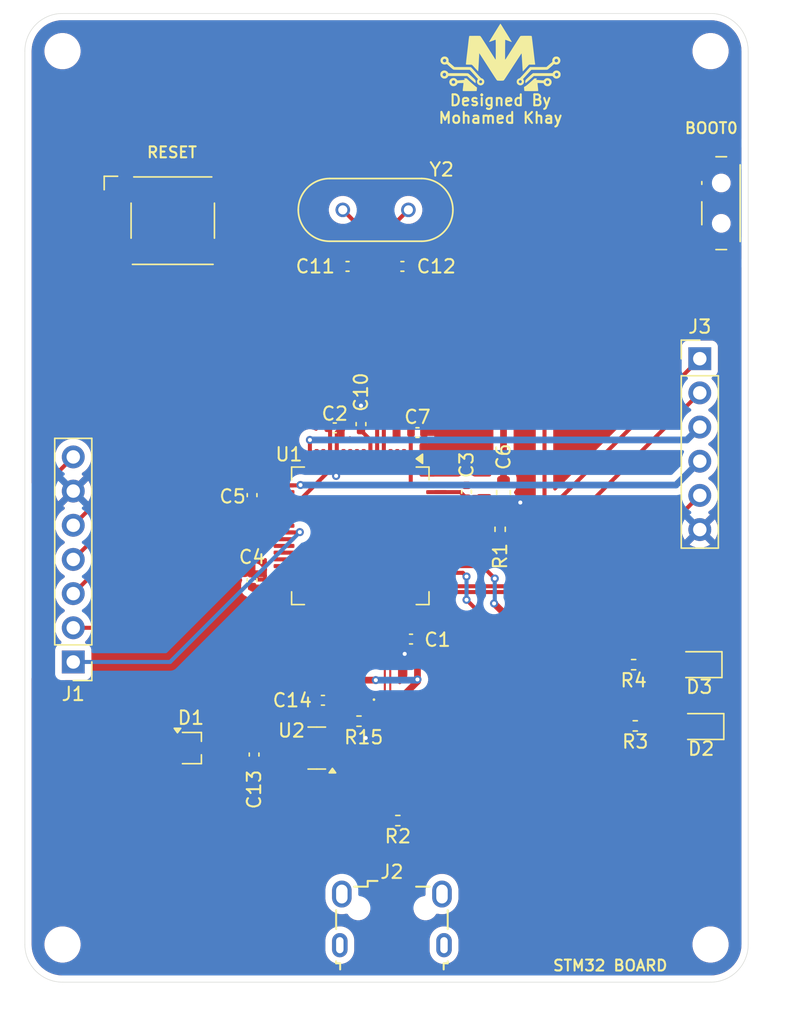
<source format=kicad_pcb>
(kicad_pcb (version 20241229) (generator "pcbnew") (generator_version "9.0")
  (layers (0 "F.Cu" signal "Front") (2 "B.Cu" signal "Back") (13 "F.Paste" user) (15 "B.Paste" user) (5 "F.SilkS" user "F.Silkscreen") (7 "B.SilkS" user "B.Silkscreen") (1 "F.Mask" user) (3 "B.Mask" user) (25 "Edge.Cuts" user))
  (net 0 "")
  (net 1 "GND")
  (net 2 "+3.3V")
  (net 3 "/NRST")
  (net 4 "/RCC_OUT")
  (net 5 "/RCC_IN")
  (net 6 "/SYS_PWR_IN")
  (net 7 "Net-(D6-K)")
  (net 8 "/SIM_TX")
  (net 9 "/SIM_RX")
  (net 10 "/SIM_STATUS")
  (net 11 "/SIM_PWRKEY")
  (net 12 "/SIM_RESET")
  (net 13 "/USART2_TX")
  (net 14 "/SWDIO")
  (net 15 "/SWCLK")
  (net 16 "/USART2_RX")
  (net 17 "/SW_BOOT0")
  (net 18 "/BOOT0")
  (net 28 "Net-(U1-PC10)")
  (net 35 "Net-(U1-PC11)")
  (net 52 "/Button_User")
  (net 53 "Net-(U2-VI)")
  (net 54 "VBUS")
  (net 55 "/D-")
  (net 56 "/D+")
  (net 65 "Net-(D2-A)")
  (net 66 "Net-(D3-A)")
  (footprint "Capacitor_SMD:C_0402_1005Metric" (layer "F.Cu") (at 57.9 42.05 180)
    (property "Reference" "C11" (at 2.4 0 180) (layer "F.SilkS"))
    (property "Value" "15p" (hide yes))
    (pad "1" smd roundrect (at -0.48 0 180) (size 0.56 0.62) (layers "F.Cu" "F.Mask" "F.Paste") (net 4 "/RCC_OUT"))
    (pad "2" smd roundrect (at 0.48 0 180) (size 0.56 0.62) (layers "F.Cu" "F.Mask" "F.Paste") (net 1 "GND"))
  )
  (footprint "MountingHole:MountingHole_2.2mm_M2" (layer "F.Cu") (at 36.7 26.05)
    (property "Reference" "H4" (hide yes))
    (property "Value" "MountingHole" (hide yes))
    (pad "" np_thru_hole circle (at 0 0) (size 2.2 2.2) (drill 2.2) (layers "*.Cu" "*.Mask"))
  )
  (footprint "HC-49_U-S16000000ABJB:XTAL_HC49P488W43L1150T466H350" (layer "F.Cu") (at 59.986292 37.85 180)
    (property "Reference" "Y2" (at -4.913708 3 180) (layer "F.SilkS") (effects (font (size 1.000969 1.000969))))
    (property "Value" "48M" (hide yes))
    (pad "1" thru_hole circle (at -2.44 0 180) (size 1.08 1.08) (drill 0.68) (layers "*.Cu" "*.Mask") (net 5 "/RCC_IN"))
    (pad "2" thru_hole circle (at 2.44 0 180) (size 1.08 1.08) (drill 0.68) (layers "*.Cu" "*.Mask") (net 4 "/RCC_OUT"))
  )
  (footprint "LED_SMD:LED_0805_2012Metric" (layer "F.Cu") (at 84.0625 71.65 180)
    (property "Reference" "D3" (at 0 -1.65 0) (layer "F.SilkS"))
    (property "Value" "GREEN" (hide yes))
    (pad "1" smd roundrect (at -0.9375 0 180) (size 0.975 1.4) (layers "F.Cu" "F.Mask" "F.Paste") (net 1 "GND"))
    (pad "2" smd roundrect (at 0.9375 0 180) (size 0.975 1.4) (layers "F.Cu" "F.Mask" "F.Paste") (net 66 "Net-(D3-A)"))
  )
  (footprint "Package_TO_SOT_SMD:SOT-23" (layer "F.Cu") (at 55.6125 77.85 180)
    (property "Reference" "U2" (at 1.8825 1.3 180) (layer "F.SilkS"))
    (property "Value" "MCP1700x-330xxTT" (hide yes))
    (pad "1" smd roundrect (at -0.9375 -0.95 180) (size 1.475 0.6) (layers "F.Cu" "F.Mask" "F.Paste") (net 1 "GND"))
    (pad "2" smd roundrect (at -0.9375 0.95 180) (size 1.475 0.6) (layers "F.Cu" "F.Mask" "F.Paste") (net 2 "+3.3V"))
    (pad "3" smd roundrect (at 0.9375 0 180) (size 1.475 0.6) (layers "F.Cu" "F.Mask" "F.Paste") (net 53 "Net-(U2-VI)"))
  )
  (footprint "Connector_USB:USB_Micro-B_Wuerth_629105150521" (layer "F.Cu") (at 61.2 90.55)
    (property "Reference" "J2" (at 0 -3.5 0) (layer "F.SilkS"))
    (property "Value" "USB_B_Micro" (hide yes))
    (pad "" np_thru_hole oval (at -2.5 -0.8) (size 0.8 0.8) (drill 0.8) (layers "*.Cu" "*.Mask"))
    (pad "" np_thru_hole oval (at 2.5 -0.8) (size 0.8 0.8) (drill 0.8) (layers "*.Cu" "*.Mask"))
    (pad "1" smd rect (at -1.3 -1.9) (size 0.45 1.3) (layers "F.Cu" "F.Mask" "F.Paste") (net 54 "VBUS"))
    (pad "2" smd rect (at -0.65 -1.9) (size 0.45 1.3) (layers "F.Cu" "F.Mask" "F.Paste") (net 55 "/D-"))
    (pad "3" smd rect (at 0 -1.9) (size 0.45 1.3) (layers "F.Cu" "F.Mask" "F.Paste") (net 56 "/D+"))
    (pad "4" smd rect (at 0.65 -1.9) (size 0.45 1.3) (layers "F.Cu" "F.Mask" "F.Paste"))
    (pad "5" smd rect (at 1.3 -1.9) (size 0.45 1.3) (layers "F.Cu" "F.Mask" "F.Paste") (net 1 "GND"))
    (pad "6" thru_hole oval (at -3.875 1.95) (size 1.15 1.8) (drill oval 0.55 1.2) (property pad_prop_heatsink) (layers "*.Cu" "*.Mask"))
    (pad "6" thru_hole oval (at -3.725 -1.85) (size 1.45 2) (drill oval 0.85 1.4) (property pad_prop_heatsink) (layers "*.Cu" "*.Mask"))
    (pad "6" thru_hole oval (at 3.725 -1.85) (size 1.45 2) (drill oval 0.85 1.4) (property pad_prop_heatsink) (layers "*.Cu" "*.Mask"))
    (pad "6" thru_hole oval (at 3.875 1.95) (size 1.15 1.8) (drill oval 0.55 1.2) (property pad_prop_heatsink) (layers "*.Cu" "*.Mask"))
  )
  (footprint "SIM808:my_logo" (layer "F.Cu") (at 69.2751 27.09)
    (property "Reference" "G***" (hide yes))
    (property "Value" "LOGO" (hide yes))
  )
  (footprint "Capacitor_SMD:C_0402_1005Metric" (layer "F.Cu") (at 56.07 74.3 180)
    (property "Reference" "C14" (at 2.28 0 180) (layer "F.SilkS"))
    (property "Value" "1u" (hide yes))
    (pad "1" smd roundrect (at -0.48 0 180) (size 0.56 0.62) (layers "F.Cu" "F.Mask" "F.Paste") (net 2 "+3.3V"))
    (pad "2" smd roundrect (at 0.48 0 180) (size 0.56 0.62) (layers "F.Cu" "F.Mask" "F.Paste") (net 1 "GND"))
  )
  (footprint "Capacitor_SMD:C_0402_1005Metric" (layer "F.Cu") (at 50.8 59.05 90)
    (property "Reference" "C5" (at -0.1 -1.45 180) (layer "F.SilkS"))
    (property "Value" "100n" (hide yes))
    (pad "1" smd roundrect (at -0.48 0 90) (size 0.56 0.62) (layers "F.Cu" "F.Mask" "F.Paste") (net 2 "+3.3V"))
    (pad "2" smd roundrect (at 0.48 0 90) (size 0.56 0.62) (layers "F.Cu" "F.Mask" "F.Paste") (net 1 "GND"))
  )
  (footprint "Capacitor_SMD:C_0402_1005Metric" (layer "F.Cu") (at 63.1 54.4)
    (property "Reference" "C7" (at 0 -1.16 0) (layer "F.SilkS"))
    (property "Value" "100n" (hide yes))
    (pad "1" smd roundrect (at -0.48 0) (size 0.56 0.62) (layers "F.Cu" "F.Mask" "F.Paste") (net 2 "+3.3V"))
    (pad "2" smd roundrect (at 0.48 0) (size 0.56 0.62) (layers "F.Cu" "F.Mask" "F.Paste") (net 1 "GND"))
  )
  (footprint "Capacitor_SMD:C_0402_1005Metric" (layer "F.Cu") (at 58.9 53.77 90)
    (property "Reference" "C10" (at 2.37 0 90) (layer "F.SilkS"))
    (property "Value" "100n" (hide yes))
    (pad "1" smd roundrect (at -0.48 0 90) (size 0.56 0.62) (layers "F.Cu" "F.Mask" "F.Paste") (net 3 "/NRST"))
    (pad "2" smd roundrect (at 0.48 0 90) (size 0.56 0.62) (layers "F.Cu" "F.Mask" "F.Paste") (net 1 "GND"))
  )
  (footprint "Capacitor_SMD:C_0402_1005Metric" (layer "F.Cu") (at 66.75 58.8 -90)
    (property "Reference" "C3" (at -2 0 90) (layer "F.SilkS"))
    (property "Value" "100n" (hide yes))
    (pad "1" smd roundrect (at -0.48 0 270) (size 0.56 0.62) (layers "F.Cu" "F.Mask" "F.Paste") (net 2 "+3.3V"))
    (pad "2" smd roundrect (at 0.48 0 270) (size 0.56 0.62) (layers "F.Cu" "F.Mask" "F.Paste") (net 1 "GND"))
  )
  (footprint "Resistor_SMD:R_0402_1005Metric" (layer "F.Cu") (at 79.18 71.65 180)
    (property "Reference" "R4" (at 0 -1.17 0) (layer "F.SilkS"))
    (property "Value" "1k5" (hide yes))
    (pad "1" smd roundrect (at -0.51 0 180) (size 0.54 0.64) (layers "F.Cu" "F.Mask" "F.Paste") (net 66 "Net-(D3-A)"))
    (pad "2" smd roundrect (at 0.51 0 180) (size 0.54 0.64) (layers "F.Cu" "F.Mask" "F.Paste") (net 35 "Net-(U1-PC11)"))
  )
  (footprint "LED_SMD:LED_0805_2012Metric" (layer "F.Cu") (at 84.2 76.25 180)
    (property "Reference" "D2" (at 0 -1.65 0) (layer "F.SilkS"))
    (property "Value" "RED" (hide yes))
    (pad "1" smd roundrect (at -0.9375 0 180) (size 0.975 1.4) (layers "F.Cu" "F.Mask" "F.Paste") (net 1 "GND"))
    (pad "2" smd roundrect (at 0.9375 0 180) (size 0.975 1.4) (layers "F.Cu" "F.Mask" "F.Paste") (net 65 "Net-(D2-A)"))
  )
  (footprint "Capacitor_SMD:C_0402_1005Metric" (layer "F.Cu") (at 61.98 42.05)
    (property "Reference" "C12" (at 2.52 0 180) (layer "F.SilkS"))
    (property "Value" "15p" (hide yes))
    (pad "1" smd roundrect (at -0.48 0) (size 0.56 0.62) (layers "F.Cu" "F.Mask" "F.Paste") (net 5 "/RCC_IN"))
    (pad "2" smd roundrect (at 0.48 0) (size 0.56 0.62) (layers "F.Cu" "F.Mask" "F.Paste") (net 1 "GND"))
  )
  (footprint "Connector_PinHeader_2.54mm:PinHeader_1x06_P2.54mm_Vertical" (layer "F.Cu") (at 84.1 48.91)
    (property "Reference" "J3" (at 0 -2.38 0) (layer "F.SilkS"))
    (property "Value" "Conn_01x06_Pin" (hide yes))
    (pad "1" thru_hole rect (at 0 0) (size 1.7 1.7) (drill 1) (layers "*.Cu" "*.Mask") (net 52 "/Button_User"))
    (pad "2" thru_hole circle (at 0 2.54) (size 1.7 1.7) (drill 1) (layers "*.Cu" "*.Mask") (net 15 "/SWCLK"))
    (pad "3" thru_hole circle (at 0 5.08) (size 1.7 1.7) (drill 1) (layers "*.Cu" "*.Mask") (net 13 "/USART2_TX"))
    (pad "4" thru_hole circle (at 0 7.62) (size 1.7 1.7) (drill 1) (layers "*.Cu" "*.Mask") (net 16 "/USART2_RX"))
    (pad "5" thru_hole circle (at 0 10.16) (size 1.7 1.7) (drill 1) (layers "*.Cu" "*.Mask") (net 14 "/SWDIO"))
    (pad "6" thru_hole circle (at 0 12.7) (size 1.7 1.7) (drill 1) (layers "*.Cu" "*.Mask") (net 1 "GND"))
  )
  (footprint "MountingHole:MountingHole_2.2mm_M2" (layer "F.Cu") (at 36.7 92.45)
    (property "Reference" "H1" (hide yes))
    (property "Value" "MountingHole" (hide yes))
    (pad "" np_thru_hole circle (at 0 0) (size 2.2 2.2) (drill 2.2) (layers "*.Cu" "*.Mask"))
  )
  (footprint "Capacitor_SMD:C_0603_1608Metric" (layer "F.Cu") (at 69.5 58.85 -90)
    (property "Reference" "C6" (at -2.65 0 270) (layer "F.SilkS"))
    (property "Value" "10u" (hide yes))
    (pad "1" smd roundrect (at -0.775 0 270) (size 0.9 0.95) (layers "F.Cu" "F.Mask" "F.Paste") (net 2 "+3.3V"))
    (pad "2" smd roundrect (at 0.775 0 270) (size 0.9 0.95) (layers "F.Cu" "F.Mask" "F.Paste") (net 1 "GND"))
  )
  (footprint "Resistor_SMD:R_0402_1005Metric" (layer "F.Cu") (at 79.3 76.2 180)
    (property "Reference" "R3" (at 0 -1.17 0) (layer "F.SilkS"))
    (property "Value" "1k5" (hide yes))
    (pad "1" smd roundrect (at -0.51 0 180) (size 0.54 0.64) (layers "F.Cu" "F.Mask" "F.Paste") (net 65 "Net-(D2-A)"))
    (pad "2" smd roundrect (at 0.51 0 180) (size 0.54 0.64) (layers "F.Cu" "F.Mask" "F.Paste") (net 28 "Net-(U1-PC10)"))
  )
  (footprint "MountingHole:MountingHole_2.2mm_M2" (layer "F.Cu") (at 84.9 26.05)
    (property "Reference" "H3" (hide yes))
    (property "Value" "MountingHole" (hide yes))
    (pad "" np_thru_hole circle (at 0 0) (size 2.2 2.2) (drill 2.2) (layers "*.Cu" "*.Mask"))
  )
  (footprint "LED_SMD:LED_0201_0603Metric" (layer "F.Cu") (at 59.005 74.25 180)
    (property "Reference" "D6" (hide yes))
    (property "Value" "RED" (hide yes))
    (pad "1" smd roundrect (at -0.32 0 180) (size 0.46 0.4) (layers "F.Cu" "F.Mask") (net 7 "Net-(D6-K)"))
    (pad "2" smd roundrect (at 0.32 0 180) (size 0.46 0.4) (layers "F.Cu" "F.Mask") (net 2 "+3.3V"))
  )
  (footprint "Resistor_SMD:R_0402_1005Metric" (layer "F.Cu") (at 69.25 61.59 90)
    (property "Reference" "R1" (at -2 0 90) (layer "F.SilkS"))
    (property "Value" "10k" (hide yes))
    (pad "1" smd roundrect (at -0.51 0 90) (size 0.54 0.64) (layers "F.Cu" "F.Mask" "F.Paste") (net 17 "/SW_BOOT0"))
    (pad "2" smd roundrect (at 0.51 0 90) (size 0.54 0.64) (layers "F.Cu" "F.Mask" "F.Paste") (net 18 "/BOOT0"))
  )
  (footprint "Resistor_SMD:R_0402_1005Metric" (layer "F.Cu") (at 61.64 83.24 180)
    (property "Reference" "R2" (at 0 -1.17 0) (layer "F.SilkS"))
    (property "Value" "1k5" (hide yes))
    (pad "1" smd roundrect (at -0.51 0 180) (size 0.54 0.64) (layers "F.Cu" "F.Mask" "F.Paste") (net 2 "+3.3V"))
    (pad "2" smd roundrect (at 0.51 0 180) (size 0.54 0.64) (layers "F.Cu" "F.Mask" "F.Paste") (net 56 "/D+"))
  )
  (footprint "Connector_PinHeader_2.54mm:PinHeader_1x07_P2.54mm_Vertical" (layer "F.Cu") (at 37.5 71.45 180)
    (property "Reference" "J1" (at 0 -2.38 0) (layer "F.SilkS"))
    (property "Value" "Conn_01x07_Pin" (hide yes))
    (pad "1" thru_hole rect (at 0 0 180) (size 1.7 1.7) (drill 1) (layers "*.Cu" "*.Mask") (net 9 "/SIM_RX"))
    (pad "2" thru_hole circle (at 0 2.54 180) (size 1.7 1.7) (drill 1) (layers "*.Cu" "*.Mask") (net 8 "/SIM_TX"))
    (pad "3" thru_hole circle (at 0 5.08 180) (size 1.7 1.7) (drill 1) (layers "*.Cu" "*.Mask") (net 12 "/SIM_RESET"))
    (pad "4" thru_hole circle (at 0 7.62 180) (size 1.7 1.7) (drill 1) (layers "*.Cu" "*.Mask") (net 11 "/SIM_PWRKEY"))
    (pad "5" thru_hole circle (at 0 10.16 180) (size 1.7 1.7) (drill 1) (layers "*.Cu" "*.Mask") (net 10 "/SIM_STATUS"))
    (pad "6" thru_hole circle (at 0 12.7 180) (size 1.7 1.7) (drill 1) (layers "*.Cu" "*.Mask") (net 1 "GND"))
    (pad "7" thru_hole circle (at 0 15.24 180) (size 1.7 1.7) (drill 1) (layers "*.Cu" "*.Mask") (net 6 "/SYS_PWR_IN"))
  )
  (footprint "Package_TO_SOT_SMD:SOT-323_SC-70" (layer "F.Cu") (at 46.3 77.85)
    (property "Reference" "D1" (at -0.05 -2.25 0) (layer "F.SilkS"))
    (property "Value" "BAT54CW" (hide yes))
    (pad "1" smd roundrect (at -1 -0.65 270) (size 0.45 0.7) (layers "F.Cu" "F.Mask" "F.Paste") (net 54 "VBUS"))
    (pad "2" smd roundrect (at -1 0.65 270) (size 0.45 0.7) (layers "F.Cu" "F.Mask" "F.Paste") (net 6 "/SYS_PWR_IN"))
    (pad "3" smd roundrect (at 1 0 270) (size 0.45 0.7) (layers "F.Cu" "F.Mask" "F.Paste") (net 53 "Net-(U2-VI)"))
  )
  (footprint "Button_Switch_SMD:SW_SPST_Omron_B3FS-100xP" (layer "F.Cu") (at 44.9 38.65)
    (property "Reference" "SW2" (hide yes))
    (property "Value" "SW_Omron_B3FS" (hide yes))
    (pad "1" smd rect (at -4 -2.25 180) (size 1.6 1.4) (layers "F.Cu" "F.Mask" "F.Paste") (net 1 "GND"))
    (pad "1" smd rect (at 4 -2.25 180) (size 1.6 1.4) (layers "F.Cu" "F.Mask" "F.Paste") (net 1 "GND"))
    (pad "2" smd rect (at -4 2.25 180) (size 1.6 1.4) (layers "F.Cu" "F.Mask" "F.Paste") (net 3 "/NRST"))
    (pad "2" smd rect (at 4 2.25 180) (size 1.6 1.4) (layers "F.Cu" "F.Mask" "F.Paste") (net 3 "/NRST"))
  )
  (footprint "Package_QFP:LQFP-64_10x10mm_P0.5mm" (layer "F.Cu") (at 58.85 62.075 -90)
    (property "Reference" "U1" (at -6.05 5.308708 180) (layer "F.SilkS"))
    (property "Value" "STM32L476RGTx" (hide yes))
    (pad "1" smd roundrect (at -5.675 -3.75 270) (size 1.55 0.3) (layers "F.Cu" "F.Mask" "F.Paste") (net 2 "+3.3V"))
    (pad "2" smd roundrect (at -5.675 -3.25 270) (size 1.55 0.3) (layers "F.Cu" "F.Mask" "F.Paste"))
    (pad "3" smd roundrect (at -5.675 -2.75 270) (size 1.55 0.3) (layers "F.Cu" "F.Mask" "F.Paste"))
    (pad "4" smd roundrect (at -5.675 -2.25 270) (size 1.55 0.3) (layers "F.Cu" "F.Mask" "F.Paste"))
    (pad "5" smd roundrect (at -5.675 -1.75 270) (size 1.55 0.3) (layers "F.Cu" "F.Mask" "F.Paste") (net 5 "/RCC_IN"))
    (pad "6" smd roundrect (at -5.675 -1.25 270) (size 1.55 0.3) (layers "F.Cu" "F.Mask" "F.Paste") (net 4 "/RCC_OUT"))
    (pad "7" smd roundrect (at -5.675 -0.75 270) (size 1.55 0.3) (layers "F.Cu" "F.Mask" "F.Paste") (net 3 "/NRST"))
    (pad "8" smd roundrect (at -5.675 -0.25 270) (size 1.55 0.3) (layers "F.Cu" "F.Mask" "F.Paste"))
    (pad "9" smd roundrect (at -5.675 0.25 270) (size 1.55 0.3) (layers "F.Cu" "F.Mask" "F.Paste"))
    (pad "10" smd roundrect (at -5.675 0.75 270) (size 1.55 0.3) (layers "F.Cu" "F.Mask" "F.Paste"))
    (pad "11" smd roundrect (at -5.675 1.25 270) (size 1.55 0.3) (layers "F.Cu" "F.Mask" "F.Paste"))
    (pad "12" smd roundrect (at -5.675 1.75 270) (size 1.55 0.3) (layers "F.Cu" "F.Mask" "F.Paste") (net 1 "GND"))
    (pad "13" smd roundrect (at -5.675 2.25 270) (size 1.55 0.3) (layers "F.Cu" "F.Mask" "F.Paste") (net 2 "+3.3V"))
    (pad "14" smd roundrect (at -5.675 2.75 270) (size 1.55 0.3) (layers "F.Cu" "F.Mask" "F.Paste"))
    (pad "15" smd roundrect (at -5.675 3.25 270) (size 1.55 0.3) (layers "F.Cu" "F.Mask" "F.Paste"))
    (pad "16" smd roundrect (at -5.675 3.75 270) (size 1.55 0.3) (layers "F.Cu" "F.Mask" "F.Paste") (net 13 "/USART2_TX"))
    (pad "17" smd roundrect (at -3.75 5.675 270) (size 0.3 1.55) (layers "F.Cu" "F.Mask" "F.Paste") (net 16 "/USART2_RX"))
    (pad "18" smd roundrect (at -3.25 5.675 270) (size 0.3 1.55) (layers "F.Cu" "F.Mask" "F.Paste") (net 1 "GND"))
    (pad "19" smd roundrect (at -2.75 5.675 270) (size 0.3 1.55) (layers "F.Cu" "F.Mask" "F.Paste") (net 2 "+3.3V"))
    (pad "20" smd roundrect (at -2.25 5.675 270) (size 0.3 1.55) (layers "F.Cu" "F.Mask" "F.Paste") (net 10 "/SIM_STATUS"))
    (pad "21" smd roundrect (at -1.75 5.675 270) (size 0.3 1.55) (layers "F.Cu" "F.Mask" "F.Paste"))
    (pad "22" smd roundrect (at -1.25 5.675 270) (size 0.3 1.55) (layers "F.Cu" "F.Mask" "F.Paste") (net 11 "/SIM_PWRKEY"))
    (pad "23" smd roundrect (at -0.75 5.675 270) (size 0.3 1.55) (layers "F.Cu" "F.Mask" "F.Paste") (net 12 "/SIM_RESET"))
    (pad "24" smd roundrect (at -0.25 5.675 270) (size 0.3 1.55) (layers "F.Cu" "F.Mask" "F.Paste") (net 9 "/SIM_RX"))
    (pad "25" smd roundrect (at 0.25 5.675 270) (size 0.3 1.55) (layers "F.Cu" "F.Mask" "F.Paste") (net 8 "/SIM_TX"))
    (pad "26" smd roundrect (at 0.75 5.675 270) (size 0.3 1.55) (layers "F.Cu" "F.Mask" "F.Paste"))
    (pad "27" smd roundrect (at 1.25 5.675 270) (size 0.3 1.55) (layers "F.Cu" "F.Mask" "F.Paste"))
    (pad "28" smd roundrect (at 1.75 5.675 270) (size 0.3 1.55) (layers "F.Cu" "F.Mask" "F.Paste"))
    (pad "29" smd roundrect (at 2.25 5.675 270) (size 0.3 1.55) (layers "F.Cu" "F.Mask" "F.Paste"))
    (pad "30" smd roundrect (at 2.75 5.675 270) (size 0.3 1.55) (layers "F.Cu" "F.Mask" "F.Paste"))
    (pad "31" smd roundrect (at 3.25 5.675 270) (size 0.3 1.55) (layers "F.Cu" "F.Mask" "F.Paste") (net 1 "GND"))
    (pad "32" smd roundrect (at 3.75 5.675 270) (size 0.3 1.55) (layers "F.Cu" "F.Mask" "F.Paste") (net 2 "+3.3V"))
    (pad "33" smd roundrect (at 5.675 3.75 270) (size 1.55 0.3) (layers "F.Cu" "F.Mask" "F.Paste"))
    (pad "34" smd roundrect (at 5.675 3.25 270) (size 1.55 0.3) (layers "F.Cu" "F.Mask" "F.Paste"))
    (pad "35" smd roundrect (at 5.675 2.75 270) (size 1.55 0.3) (layers "F.Cu" "F.Mask" "F.Paste"))
    (pad "36" smd roundrect (at 5.675 2.25 270) (size 1.55 0.3) (layers "F.Cu" "F.Mask" "F.Paste"))
    (pad "37" smd roundrect (at 5.675 1.75 270) (size 1.55 0.3) (layers "F.Cu" "F.Mask" "F.Paste"))
    (pad "38" smd roundrect (at 5.675 1.25 270) (size 1.55 0.3) (layers "F.Cu" "F.Mask" "F.Paste"))
    (pad "39" smd roundrect (at 5.675 0.75 270) (size 1.55 0.3) (layers "F.Cu" "F.Mask" "F.Paste"))
    (pad "40" smd roundrect (at 5.675 0.25 270) (size 1.55 0.3) (layers "F.Cu" "F.Mask" "F.Paste"))
    (pad "41" smd roundrect (at 5.675 -0.25 270) (size 1.55 0.3) (layers "F.Cu" "F.Mask" "F.Paste"))
    (pad "42" smd roundrect (at 5.675 -0.75 270) (size 1.55 0.3) (layers "F.Cu" "F.Mask" "F.Paste"))
    (pad "43" smd roundrect (at 5.675 -1.25 270) (size 1.55 0.3) (layers "F.Cu" "F.Mask" "F.Paste"))
    (pad "44" smd roundrect (at 5.675 -1.75 270) (size 1.55 0.3) (layers "F.Cu" "F.Mask" "F.Paste") (net 55 "/D-"))
    (pad "45" smd roundrect (at 5.675 -2.25 270) (size 1.55 0.3) (layers "F.Cu" "F.Mask" "F.Paste") (net 56 "/D+"))
    (pad "46" smd roundrect (at 5.675 -2.75 270) (size 1.55 0.3) (layers "F.Cu" "F.Mask" "F.Paste") (net 14 "/SWDIO"))
    (pad "47" smd roundrect (at 5.675 -3.25 270) (size 1.55 0.3) (layers "F.Cu" "F.Mask" "F.Paste") (net 1 "GND"))
    (pad "48" smd roundrect (at 5.675 -3.75 270) (size 1.55 0.3) (layers "F.Cu" "F.Mask" "F.Paste") (net 2 "+3.3V"))
    (pad "49" smd roundrect (at 3.75 -5.675 270) (size 0.3 1.55) (layers "F.Cu" "F.Mask" "F.Paste") (net 15 "/SWCLK"))
    (pad "50" smd roundrect (at 3.25 -5.675 270) (size 0.3 1.55) (layers "F.Cu" "F.Mask" "F.Paste"))
    (pad "51" smd roundrect (at 2.75 -5.675 270) (size 0.3 1.55) (layers "F.Cu" "F.Mask" "F.Paste") (net 28 "Net-(U1-PC10)"))
    (pad "52" smd roundrect (at 2.25 -5.675 270) (size 0.3 1.55) (layers "F.Cu" "F.Mask" "F.Paste") (net 35 "Net-(U1-PC11)"))
    (pad "53" smd roundrect (at 1.75 -5.675 270) (size 0.3 1.55) (layers "F.Cu" "F.Mask" "F.Paste"))
    (pad "54" smd roundrect (at 1.25 -5.675 270) (size 0.3 1.55) (layers "F.Cu" "F.Mask" "F.Paste"))
    (pad "55" smd roundrect (at 0.75 -5.675 270) (size 0.3 1.55) (layers "F.Cu" "F.Mask" "F.Paste"))
    (pad "56" smd roundrect (at 0.25 -5.675 270) (size 0.3 1.55) (layers "F.Cu" "F.Mask" "F.Paste"))
    (pad "57" smd roundrect (at -0.25 -5.675 270) (size 0.3 1.55) (layers "F.Cu" "F.Mask" "F.Paste") (net 52 "/Button_User"))
    (pad "58" smd roundrect (at -0.75 -5.675 270) (size 0.3 1.55) (layers "F.Cu" "F.Mask" "F.Paste"))
    (pad "59" smd roundrect (at -1.25 -5.675 270) (size 0.3 1.55) (layers "F.Cu" "F.Mask" "F.Paste"))
    (pad "60" smd roundrect (at -1.75 -5.675 270) (size 0.3 1.55) (layers "F.Cu" "F.Mask" "F.Paste") (net 18 "/BOOT0"))
    (pad "61" smd roundrect (at -2.25 -5.675 270) (size 0.3 1.55) (layers "F.Cu" "F.Mask" "F.Paste"))
    (pad "62" smd roundrect (at -2.75 -5.675 270) (size 0.3 1.55) (layers "F.Cu" "F.Mask" "F.Paste"))
    (pad "63" smd roundrect (at -3.25 -5.675 270) (size 0.3 1.55) (layers "F.Cu" "F.Mask" "F.Paste") (net 1 "GND"))
    (pad "64" smd roundrect (at -3.75 -5.675 270) (size 0.3 1.55) (layers "F.Cu" "F.Mask" "F.Paste") (net 2 "+3.3V"))
  )
  (footprint "Capacitor_SMD:C_0402_1005Metric" (layer "F.Cu") (at 56.95 54.05)
    (property "Reference" "C2" (at 0 -1.05 0) (layer "F.SilkS"))
    (property "Value" "100n" (hide yes))
    (pad "1" smd roundrect (at -0.48 0) (size 0.56 0.62) (layers "F.Cu" "F.Mask" "F.Paste") (net 2 "+3.3V"))
    (pad "2" smd roundrect (at 0.48 0) (size 0.56 0.62) (layers "F.Cu" "F.Mask" "F.Paste") (net 1 "GND"))
  )
  (footprint "Button_Switch_SMD:SW_SPDT_PCM12_NO_TIP" (layer "F.Cu") (at 85.37 37.35 90)
    (property "Reference" "SW1" (hide yes))
    (property "Value" "SW_SPDT" (hide yes))
    (pad "" smd rect (at -3.65 -0.78 90) (size 1 0.8) (layers "F.Cu" "F.Mask" "F.Paste"))
    (pad "" smd rect (at -3.65 1.43 90) (size 1 0.8) (layers "F.Cu" "F.Mask" "F.Paste"))
    (pad "" np_thru_hole circle (at -1.5 0.33 90) (size 0.9 0.9) (drill 0.9) (layers "*.Cu" "*.Mask"))
    (pad "" np_thru_hole circle (at 1.5 0.33 90) (size 0.9 0.9) (drill 0.9) (layers "*.Cu" "*.Mask"))
    (pad "" smd rect (at 3.65 -0.78 90) (size 1 0.8) (layers "F.Cu" "F.Mask" "F.Paste"))
    (pad "" smd rect (at 3.65 1.43 90) (size 1 0.8) (layers "F.Cu" "F.Mask" "F.Paste"))
    (pad "1" smd rect (at -2.25 -1.43 90) (size 0.7 1.5) (layers "F.Cu" "F.Mask" "F.Paste") (net 1 "GND"))
    (pad "2" smd rect (at 0.75 -1.43 90) (size 0.7 1.5) (layers "F.Cu" "F.Mask" "F.Paste") (net 17 "/SW_BOOT0"))
    (pad "3" smd rect (at 2.25 -1.43 90) (size 0.7 1.5) (layers "F.Cu" "F.Mask" "F.Paste") (net 2 "+3.3V"))
  )
  (footprint "MountingHole:MountingHole_2.2mm_M2" (layer "F.Cu") (at 84.9 92.45)
    (property "Reference" "H2" (hide yes))
    (property "Value" "MountingHole" (hide yes))
    (pad "" np_thru_hole circle (at 0 0) (size 2.2 2.2) (drill 2.2) (layers "*.Cu" "*.Mask"))
  )
  (footprint "Capacitor_SMD:C_0402_1005Metric" (layer "F.Cu") (at 50.8 65.37 90)
    (property "Reference" "C4" (at 1.72 0 180) (layer "F.SilkS"))
    (property "Value" "100n" (hide yes))
    (pad "1" smd roundrect (at -0.48 0 90) (size 0.56 0.62) (layers "F.Cu" "F.Mask" "F.Paste") (net 2 "+3.3V"))
    (pad "2" smd roundrect (at 0.48 0 90) (size 0.56 0.62) (layers "F.Cu" "F.Mask" "F.Paste") (net 1 "GND"))
  )
  (footprint "Capacitor_SMD:C_0402_1005Metric" (layer "F.Cu") (at 50.95 78.33 -90)
    (property "Reference" "C13" (at 2.6 0 90) (layer "F.SilkS"))
    (property "Value" "1u" (hide yes))
    (pad "1" smd roundrect (at -0.48 0 270) (size 0.56 0.62) (layers "F.Cu" "F.Mask" "F.Paste") (net 53 "Net-(U2-VI)"))
    (pad "2" smd roundrect (at 0.48 0 270) (size 0.56 0.62) (layers "F.Cu" "F.Mask" "F.Paste") (net 1 "GND"))
  )
  (footprint "Resistor_SMD:R_0402_1005Metric" (layer "F.Cu") (at 58.75 75.85)
    (property "Reference" "R15" (at 0.35 1.2 0) (layer "F.SilkS"))
    (property "Value" "1k5" (hide yes))
    (pad "1" smd roundrect (at -0.51 0) (size 0.54 0.64) (layers "F.Cu" "F.Mask" "F.Paste") (net 7 "Net-(D6-K)"))
    (pad "2" smd roundrect (at 0.51 0) (size 0.54 0.64) (layers "F.Cu" "F.Mask" "F.Paste") (net 1 "GND"))
  )
  (footprint "Capacitor_SMD:C_0402_1005Metric" (layer "F.Cu") (at 62.62 69.75 180)
    (property "Reference" "C1" (at -1.97 -0.05 180) (layer "F.SilkS"))
    (property "Value" "100n" (hide yes))
    (pad "1" smd roundrect (at -0.48 0 180) (size 0.56 0.62) (layers "F.Cu" "F.Mask" "F.Paste") (net 2 "+3.3V"))
    (pad "2" smd roundrect (at 0.48 0 180) (size 0.56 0.62) (layers "F.Cu" "F.Mask" "F.Paste") (net 1 "GND"))
  )
  (gr_line (start 84.9 23.25) (end 38.7 23.25) (stroke (width 0.0381)) (layer "Edge.Cuts"))
  (gr_line (start 87.7 26.05) (end 87.7 92.45) (stroke (width 0.0381)) (layer "Edge.Cuts"))
  (gr_arc (start 33.9 26.05) (mid 34.720101 24.070101) (end 36.7 23.25) (stroke (width 0.0381)) (layer "Edge.Cuts"))
  (gr_arc (start 84.9 23.25) (mid 86.879899 24.070101) (end 87.7 26.05) (stroke (width 0.0381)) (layer "Edge.Cuts"))
  (gr_line (start 38.7 23.25) (end 37.9 23.25) (stroke (width 0.0381)) (layer "Edge.Cuts"))
  (gr_arc (start 87.7 92.45) (mid 86.879899 94.429899) (end 84.9 95.25) (stroke (width 0.0381)) (layer "Edge.Cuts"))
  (gr_line (start 33.9 92.45) (end 33.9 26.05) (stroke (width 0.0381)) (layer "Edge.Cuts"))
  (gr_line (start 37.9 23.25) (end 36.7 23.25) (stroke (width 0.0381)) (layer "Edge.Cuts"))
  (gr_arc (start 36.7 95.25) (mid 34.720101 94.429899) (end 33.9 92.45) (stroke (width 0.0381)) (layer "Edge.Cuts"))
  (gr_line (start 84.9 95.25) (end 36.7 95.25) (stroke (width 0.0381)) (layer "Edge.Cuts"))
  (gr_text "BOOT0" (at 82.9 32.25 0) (layer "F.SilkS") (effects (font (size 0.8128 0.8128) (thickness 0.1524) (bold yes)) (justify left bottom)))
  (gr_text "Designed By\nMohamed Khay" (at 69.2751 31.49 0) (layer "F.SilkS") (effects (font (size 0.8128 0.8128) (thickness 0.1524) (bold yes)) (justify bottom)))
  (gr_text "STM32 BOARD" (at 73.1 94.49 0) (layer "F.SilkS") (effects (font (size 0.8128 0.8128) (thickness 0.1524) (bold yes)) (justify left bottom)))
  (gr_text "RESET" (at 42.9 34.05 0) (layer "F.SilkS") (effects (font (size 0.8128 0.8128) (thickness 0.1524) (bold yes)) (justify left bottom)))
  (segment (start 62 69.73) (end 62.02 69.75) (width 0.3) (layer "F.Cu") (net 1))
  (segment (start 50.8 64.89) (end 51.235 65.325) (width 0.3) (layer "F.Cu") (net 1))
  (segment (start 70.725 59.625) (end 70.75 59.6) (width 0.3) (layer "F.Cu") (net 1))
  (segment (start 57.1 54.38) (end 57.43 54.05) (width 0.3) (layer "F.Cu") (net 1))
  (segment (start 59.26 77.09) (end 59.25 77.1) (width 0.3) (layer "F.Cu") (net 1))
  (segment (start 57.1 56.4) (end 57.1 54.38) (width 0.3) (layer "F.Cu") (net 1))
  (segment (start 62.1 67.75) (end 62.1 69.71) (width 0.3) (layer "F.Cu") (net 1))
  (segment (start 62.1 69.71) (end 62.14 69.75) (width 0.3) (layer "F.Cu") (net 1))
  (segment (start 62.14 69.75) (end 62.14 70.84) (width 0.3) (layer "F.Cu") (net 1))
  (segment (start 62.14 70.84) (end 62.15 70.85) (width 0.3) (layer "F.Cu") (net 1))
  (segment (start 66.75 59.28) (end 66.295 58.825) (width 0.3) (layer "F.Cu") (net 1))
  (segment (start 57.1 57.573) (end 57.05 57.623) (width 0.3) (layer "F.Cu") (net 1))
  (segment (start 69.155 59.28) (end 69.5 59.625) (width 0.3) (layer "F.Cu") (net 1))
  (segment (start 51.235 65.325) (end 53.075 65.325) (width 0.3) (layer "F.Cu") (net 1))
  (segment (start 66.295 58.825) (end 64.425 58.825) (width 0.3) (layer "F.Cu") (net 1))
  (segment (start 59.26 75.85) (end 59.26 77.09) (width 0.3) (layer "F.Cu") (net 1))
  (segment (start 66.75 59.28) (end 69.155 59.28) (width 0.3) (layer "F.Cu") (net 1))
  (segment (start 57.1 56.4) (end 57.1 57.573) (width 0.3) (layer "F.Cu") (net 1))
  (segment (start 69.5 59.625) (end 70.725 59.625) (width 0.3) (layer "F.Cu") (net 1))
  (segment (start 51.055 58.825) (end 53.075 58.825) (width 0.3) (layer "F.Cu") (net 1))
  (segment (start 58.9 53.29) (end 58.9 52.4) (width 0.3) (layer "F.Cu") (net 1))
  (segment (start 50.8 58.57) (end 51.055 58.825) (width 0.3) (layer "F.Cu") (net 1))
  (via (at 57.05 57.623) (size 0.6) (drill 0.3) (layers "F.Cu" "B.Cu") (net 1))
  (via (at 70.75 59.6) (size 0.6) (drill 0.3) (layers "F.Cu" "B.Cu") (net 1))
  (via (at 58.9 52.4) (size 0.6) (drill 0.3) (layers "F.Cu" "B.Cu") (net 1))
  (via (at 59.25 77.1) (size 0.6) (drill 0.3) (layers "F.Cu" "B.Cu") (net 1))
  (via (at 62.15 70.85) (size 0.6) (drill 0.3) (layers "F.Cu" "B.Cu") (net 1))
  (segment (start 83.54 35.1) (end 69.5 49.14) (width 0.5) (layer "F.Cu") (net 2))
  (segment (start 55.825 58.325) (end 55.638148 58.138148) (width 0.3) (layer "F.Cu") (net 2))
  (segment (start 62.6 56.4) (end 62.6 58.325) (width 0.3) (layer "F.Cu") (net 2))
  (segment (start 66.75 58.32) (end 69.255 58.32) (width 0.3) (layer "F.Cu") (net 2))
  (segment (start 56.6 56.4) (end 56.6 54.18) (width 0.3) (layer "F.Cu") (net 2))
  (segment (start 50.925 65.975) (end 50.8 65.85) (width 0.5) (layer "F.Cu") (net 2))
  (segment (start 54.451296 59.325) (end 55.638148 58.138148) (width 0.3) (layer "F.Cu") (net 2))
  (segment (start 58.635 74.3) (end 58.685 74.25) (width 0.5) (layer "F.Cu") (net 2))
  (segment (start 62.6 56.4) (end 62.6 54.42) (width 0.3) (layer "F.Cu") (net 2))
  (segment (start 56.55 71.6) (end 50.925 65.975) (width 0.5) (layer "F.Cu") (net 2))
  (segment (start 56.35 54.05) (end 56.5 54.2) (width 0.3) (layer "F.Cu") (net 2))
  (segment (start 63.1 72.75) (end 63.1 69.75) (width 0.5) (layer "F.Cu") (net 2))
  (segment (start 69.255 58.32) (end 69.5 58.075) (width 0.3) (layer "F.Cu") (net 2))
  (segment (start 62.6 58.325) (end 55.825 58.325) (width 0.3) (layer "F.Cu") (net 2))
  (segment (start 64.525 58.325) (end 62.6 58.325) (width 0.3) (layer "F.Cu") (net 2))
  (segment (start 56.65 72.8) (end 60 72.8) (width 0.5) (layer "F.Cu") (net 2))
  (segment (start 62.15 73.85) (end 62.15 83.24) (width 0.5) (layer "F.Cu") (net 2))
  (segment (start 56.55 72.7) (end 56.65 72.8) (width 0.5) (layer "F.Cu") (net 2))
  (segment (start 50.8 59.53) (end 51.005 59.325) (width 0.3) (layer "F.Cu") (net 2))
  (segment (start 53.05 65.85) (end 53.075 65.825) (width 0.3) (layer "F.Cu") (net 2))
  (segment (start 66.75 58.32) (end 64.43 58.32) (width 0.3) (layer "F.Cu") (net 2))
  (segment (start 56.6 57.176296) (end 56.6 56.4) (width 0.3) (layer "F.Cu") (net 2))
  (segment (start 51.005 59.325) (end 53.075 59.325) (width 0.3) (layer "F.Cu") (net 2))
  (segment (start 63.1 72.75) (end 63.1 72.9) (width 0.5) (layer "F.Cu") (net 2))
  (segment (start 56.6 54.18) (end 56.47 54.05) (width 0.3) (layer "F.Cu") (net 2))
  (segment (start 56.55 72.7) (end 56.55 71.6) (width 0.5) (layer "F.Cu") (net 2))
  (segment (start 53.175 59.325) (end 54.451296 59.325) (width 0.3) (layer "F.Cu") (net 2))
  (segment (start 56.55 76.9) (end 56.55 74.3) (width 0.5) (layer "F.Cu") (net 2))
  (segment (start 83.94 35.1) (end 83.54 35.1) (width 0.5) (layer "F.Cu") (net 2))
  (segment (start 69.5 49.14) (end 69.5 58.075) (width 0.5) (layer "F.Cu") (net 2))
  (segment (start 62.6 69.25) (end 63.1 69.75) (width 0.3) (layer "F.Cu") (net 2))
  (segment (start 50.925 65.975) (end 50.838556 65.975) (width 0.5) (layer "F.Cu") (net 2))
  (segment (start 56.55 74.3) (end 56.55 72.7) (width 0.5) (layer "F.Cu") (net 2))
  (segment (start 64.43 58.32) (end 64.425 58.325) (width 0.3) (layer "F.Cu") (net 2))
  (segment (start 50.8 65.85) (end 53.05 65.85) (width 0.3) (layer "F.Cu") (net 2))
  (segment (start 56.55 74.3) (end 58.635 74.3) (width 0.5) (layer "F.Cu") (net 2))
  (segment (start 63.1 72.9) (end 62.15 73.85) (width 0.5) (layer "F.Cu") (net 2))
  (segment (start 62.6 67.75) (end 62.6 69.25) (width 0.3) (layer "F.Cu") (net 2))
  (segment (start 55.638148 58.138148) (end 56.6 57.176296) (width 0.3) (layer "F.Cu") (net 2))
  (segment (start 62.6 54.42) (end 62.62 54.4) (width 0.3) (layer "F.Cu") (net 2))
  (via (at 60 72.8) (size 0.6) (drill 0.3) (layers "F.Cu" "B.Cu") (net 2))
  (via (at 63.1 72.75) (size 0.6) (drill 0.3) (layers "F.Cu" "B.Cu") (net 2))
  (segment (start 63.05 72.8) (end 63.1 72.75) (width 0.5) (layer "B.Cu") (net 2))
  (segment (start 60 72.8) (end 63.05 72.8) (width 0.5) (layer "B.Cu") (net 2))
  (segment (start 40.9 40.9) (end 48.9 40.9) (width 0.3) (layer "F.Cu") (net 3))
  (segment (start 58.9 54.25) (end 48.9 44.25) (width 0.3) (layer "F.Cu") (net 3))
  (segment (start 59.6 56.4) (end 59.6 54.95) (width 0.3) (layer "F.Cu") (net 3))
  (segment (start 48.9 44.25) (end 48.9 40.9) (width 0.3) (layer "F.Cu") (net 3))
  (segment (start 59.6 54.95) (end 58.9 54.25) (width 0.3) (layer "F.Cu") (net 3))
  (segment (start 58.38 42.05) (end 60.1 43.77) (width 0.3) (layer "F.Cu") (net 4))
  (segment (start 58.38 38.683708) (end 57.546292 37.85) (width 0.3) (layer "F.Cu") (net 4))
  (segment (start 60.1 43.77) (end 60.1 56.4) (width 0.3) (layer "F.Cu") (net 4))
  (segment (start 58.38 42.05) (end 58.38 38.683708) (width 0.3) (layer "F.Cu") (net 4))
  (segment (start 61.5 38.776292) (end 62.426292 37.85) (width 0.3) (layer "F.Cu") (net 5))
  (segment (start 60.6 56.4) (end 60.6 42.95) (width 0.3) (layer "F.Cu") (net 5))
  (segment (start 60.6 42.95) (end 61.5 42.05) (width 0.3) (layer "F.Cu") (net 5))
  (segment (start 61.5 42.05) (end 61.5 38.776292) (width 0.3) (layer "F.Cu") (net 5))
  (segment (start 35.2 58.51) (end 35.2 72.3) (width 0.3) (layer "F.Cu") (net 6))
  (segment (start 41.4 78.5) (end 45.3 78.5) (width 0.3) (layer "F.Cu") (net 6))
  (segment (start 35.2 72.3) (end 41.4 78.5) (width 0.3) (layer "F.Cu") (net 6))
  (segment (start 37.5 56.21) (end 35.2 58.51) (width 0.3) (layer "F.Cu") (net 6))
  (segment (start 59.325 74.25) (end 59.325 74.765) (width 0.3) (layer "F.Cu") (net 7))
  (segment (start 59.325 74.765) (end 58.24 75.85) (width 0.3) (layer "F.Cu") (net 7))
  (segment (start 53.175 62.325) (end 52.225 62.325) (width 0.3) (layer "F.Cu") (net 8))
  (segment (start 52.225 62.325) (end 51.35 63.2) (width 0.3) (layer "F.Cu") (net 8))
  (segment (start 51.35 63.2) (end 49.75 63.2) (width 0.3) (layer "F.Cu") (net 8))
  (segment (start 44.04 68.91) (end 37.5 68.91) (width 0.3) (layer "F.Cu") (net 8))
  (segment (start 49.75 63.2) (end 44.04 68.91) (width 0.3) (layer "F.Cu") (net 8))
  (segment (start 54.325 61.825) (end 54.35 61.8) (width 0.3) (layer "F.Cu") (net 9))
  (segment (start 53.175 61.825) (end 54.325 61.825) (width 0.3) (layer "F.Cu") (net 9))
  (via (at 54.35 61.8) (size 0.6) (drill 0.3) (layers "F.Cu" "B.Cu") (net 9))
  (segment (start 44.7 71.45) (end 37.5 71.45) (width 0.3) (layer "B.Cu") (net 9))
  (segment (start 54.35 61.8) (end 44.7 71.45) (width 0.3) (layer "B.Cu") (net 9))
  (segment (start 52.019717 59.825) (end 51.544717 60.3) (width 0.3) (layer "F.Cu") (net 10))
  (segment (start 53.175 59.825) (end 52.019717 59.825) (width 0.3) (layer "F.Cu") (net 10))
  (segment (start 51.544717 60.3) (end 38.49 60.3) (width 0.3) (layer "F.Cu") (net 10))
  (segment (start 38.49 60.3) (end 37.5 61.29) (width 0.3) (layer "F.Cu") (net 10))
  (segment (start 53.175 59.825) (end 53.15 59.85) (width 0.3) (layer "F.Cu") (net 10))
  (segment (start 51.45 61.3) (end 40.03 61.3) (width 0.3) (layer "F.Cu") (net 11))
  (segment (start 53.175 60.825) (end 51.925 60.825) (width 0.3) (layer "F.Cu") (net 11))
  (segment (start 40.03 61.3) (end 37.5 63.83) (width 0.3) (layer "F.Cu") (net 11))
  (segment (start 51.925 60.825) (end 51.45 61.3) (width 0.3) (layer "F.Cu") (net 11))
  (segment (start 53.175 61.325) (end 52.325 61.325) (width 0.3) (layer "F.Cu") (net 12))
  (segment (start 51.55 62.1) (end 41.77 62.1) (width 0.3) (layer "F.Cu") (net 12))
  (segment (start 52.325 61.325) (end 51.55 62.1) (width 0.3) (layer "F.Cu") (net 12))
  (segment (start 41.77 62.1) (end 37.5 66.37) (width 0.3) (layer "F.Cu") (net 12))
  (segment (start 55.1 56.4) (end 55.1 54.95) (width 0.3) (layer "F.Cu") (net 13))
  (via (at 55.1 54.95) (size 0.6) (drill 0.3) (layers "F.Cu" "B.Cu") (net 13))
  (segment (start 83.14 54.95) (end 84.1 53.99) (width 0.5) (layer "B.Cu") (net 13))
  (segment (start 55.1 54.95) (end 83.14 54.95) (width 0.5) (layer "B.Cu") (net 13))
  (segment (start 76.917 66.253) (end 62.320704 66.253) (width 0.3) (layer "F.Cu") (net 14))
  (segment (start 84.1 59.07) (end 76.917 66.253) (width 0.3) (layer "F.Cu") (net 14))
  (segment (start 62.320704 66.253) (end 61.6 66.973704) (width 0.3) (layer "F.Cu") (net 14))
  (segment (start 61.6 66.973704) (end 61.6 67.75) (width 0.3) (layer "F.Cu") (net 14))
  (segment (start 69.725 65.825) (end 84.1 51.45) (width 0.3) (layer "F.Cu") (net 15))
  (segment (start 64.525 65.825) (end 69.725 65.825) (width 0.3) (layer "F.Cu") (net 15))
  (segment (start 54.375 58.325) (end 54.4 58.3) (width 0.3) (layer "F.Cu") (net 16))
  (segment (start 53.175 58.325) (end 54.375 58.325) (width 0.3) (layer "F.Cu") (net 16))
  (via (at 54.4 58.3) (size 0.6) (drill 0.3) (layers "F.Cu" "B.Cu") (net 16))
  (segment (start 54.4 58.3) (end 82.33 58.3) (width 0.5) (layer "B.Cu") (net 16))
  (segment (start 82.33 58.3) (end 84.1 56.53) (width 0.5) (layer "B.Cu") (net 16))
  (segment (start 69.25 62.1) (end 69.9 62.1) (width 0.3) (layer "F.Cu") (net 17))
  (segment (start 83.7 36.6) (end 83.94 36.6) (width 0.3) (layer "F.Cu") (net 17))
  (segment (start 72.55 59.45) (end 72.55 47.75) (width 0.3) (layer "F.Cu") (net 17))
  (segment (start 69.9 62.1) (end 72.55 59.45) (width 0.3) (layer "F.Cu") (net 17))
  (segment (start 72.55 47.75) (end 83.7 36.6) (width 0.3) (layer "F.Cu") (net 17))
  (segment (start 68.495 60.325) (end 69.25 61.08) (width 0.3) (layer "F.Cu") (net 18))
  (segment (start 64.525 60.325) (end 68.495 60.325) (width 0.3) (layer "F.Cu") (net 18))
  (segment (start 76.12 76.2) (end 78.79 76.2) (width 0.3) (layer "F.Cu") (net 28))
  (segment (start 64.525 64.825) (end 66.475 64.825) (width 0.3) (layer "F.Cu") (net 28))
  (segment (start 66.475 64.825) (end 66.75 65.1) (width 0.3) (layer "F.Cu") (net 28))
  (segment (start 66.75 66.83) (end 76.12 76.2) (width 0.3) (layer "F.Cu") (net 28))
  (via (at 66.75 66.83) (size 0.6) (drill 0.3) (layers "F.Cu" "B.Cu") (net 28))
  (via (at 66.75 65.1) (size 0.6) (drill 0.3) (layers "F.Cu" "B.Cu") (net 28))
  (segment (start 66.75 65.1) (end 66.75 66.83) (width 0.3) (layer "B.Cu") (net 28))
  (segment (start 67.927 64.325) (end 68.85 65.248) (width 0.3) (layer "F.Cu") (net 35))
  (segment (start 73.35 71.65) (end 78.67 71.65) (width 0.5) (layer "F.Cu") (net 35))
  (segment (start 68.8 67.1) (end 73.35 71.65) (width 0.5) (layer "F.Cu") (net 35))
  (segment (start 64.525 64.325) (end 67.927 64.325) (width 0.3) (layer "F.Cu") (net 35))
  (via (at 68.85 65.248) (size 0.6) (drill 0.3) (layers "F.Cu" "B.Cu") (net 35))
  (via (at 68.8 67.1) (size 0.6) (drill 0.3) (layers "F.Cu" "B.Cu") (net 35))
  (segment (start 68.85 65.248) (end 68.85 67.05) (width 0.3) (layer "B.Cu") (net 35))
  (segment (start 68.85 67.05) (end 68.8 67.1) (width 0.3) (layer "B.Cu") (net 35))
  (segment (start 65.301296 61.825) (end 66.124296 62.648) (width 0.3) (layer "F.Cu") (net 52))
  (segment (start 70.362 62.648) (end 84.1 48.91) (width 0.3) (layer "F.Cu") (net 52))
  (segment (start 64.525 61.825) (end 65.301296 61.825) (width 0.3) (layer "F.Cu") (net 52))
  (segment (start 66.124296 62.648) (end 70.362 62.648) (width 0.3) (layer "F.Cu") (net 52))
  (segment (start 47.3 77.85) (end 54.675 77.85) (width 0.5) (layer "F.Cu") (net 53))
  (segment (start 46.65 78.5) (end 46.6 78.5) (width 0.3) (layer "F.Cu") (net 54))
  (segment (start 54.25 83) (end 51.15 83) (width 0.3) (layer "F.Cu") (net 54))
  (segment (start 51.15 83) (end 46.65 78.5) (width 0.3) (layer "F.Cu") (net 54))
  (segment (start 59.9 88.65) (end 54.25 83) (width 0.3) (layer "F.Cu") (net 54))
  (segment (start 46.6 78.5) (end 45.3 77.2) (width 0.3) (layer "F.Cu") (net 54))
  (segment (start 60.6468 69.225) (end 60.6468 68.959301) (width 0.1524) (layer "F.Cu") (net 55))
  (segment (start 60.6718 69.25) (end 60.6468 69.225) (width 0.1524) (layer "F.Cu") (net 55))
  (segment (start 60.6558 83.569244) (end 60.6558 82.910756) (width 0.1524) (layer "F.Cu") (net 55))
  (segment (start 60.6718 83.585244) (end 60.6558 83.569244) (width 0.1524) (layer "F.Cu") (net 55))
  (segment (start 60.55 87.674999) (end 60.6718 87.553199) (width 0.1524) (layer "F.Cu") (net 55))
  (segment (start 60.6468 68.959301) (end 60.6 68.912501) (width 0.1524) (layer "F.Cu") (net 55))
  (segment (start 60.6718 82.894756) (end 60.6718 69.25) (width 0.1524) (layer "F.Cu") (net 55))
  (segment (start 60.6 68.912501) (end 60.6 67.75) (width 0.1524) (layer "F.Cu") (net 55))
  (segment (start 60.6558 82.910756) (end 60.6718 82.894756) (width 0.1524) (layer "F.Cu") (net 55))
  (segment (start 60.55 88.65) (end 60.55 87.674999) (width 0.1524) (layer "F.Cu") (net 55))
  (segment (start 60.6718 87.553199) (end 60.6718 83.585244) (width 0.1524) (layer "F.Cu") (net 55))
  (segment (start 61.2 87.674999) (end 61.0782 87.553199) (width 0.1524) (layer "F.Cu") (net 56))
  (segment (start 61.0532 69.069479) (end 61.0532 68.959301) (width 0.1524) (layer "F.Cu") (net 56))
  (segment (start 61.0782 69.094479) (end 61.0532 69.069479) (width 0.1524) (layer "F.Cu") (net 56))
  (segment (start 61.2 88.65) (end 61.2 87.674999) (width 0.1524) (layer "F.Cu") (net 56))
  (segment (start 61.1 68.912501) (end 61.1 67.75) (width 0.1524) (layer "F.Cu") (net 56))
  (segment (start 61.0532 68.959301) (end 61.1 68.912501) (width 0.1524) (layer "F.Cu") (net 56))
  (segment (start 61.0782 87.553199) (end 61.0782 69.094479) (width 0.1524) (layer "F.Cu") (net 56))
  (segment (start 79.81 76.2) (end 83.2125 76.2) (width 0.5) (layer "F.Cu") (net 65))
  (segment (start 83.2125 76.2) (end 83.2625 76.25) (width 0.5) (layer "F.Cu") (net 65))
  (segment (start 79.69 71.65) (end 83.125 71.65) (width 0.5) (layer "F.Cu") (net 66))
  (zone (net 1) (net_name "GND") (layer "F.Cu") (priority 1) (connect_pads (clearance 0.5)) (min_thickness 0.25) (fill yes (thermal_gap 0.5) (thermal_bridge_width 0.5))
    (polygon (pts (xy 33.05 22.64) (xy 90.15 22.54) (xy 89.9 98.34) (xy 32.05 97.39)))
  )
  (zone (net 1) (net_name "GND") (layer "B.Cu") (connect_pads (clearance 0.5)) (min_thickness 0.25) (fill yes (thermal_gap 0.5) (thermal_bridge_width 0.5))
    (polygon (pts (xy 32.7 22.25) (xy 90.8 22.25) (xy 91.189284 98.355112) (xy 32.1 98.15)))
  )
)
</source>
